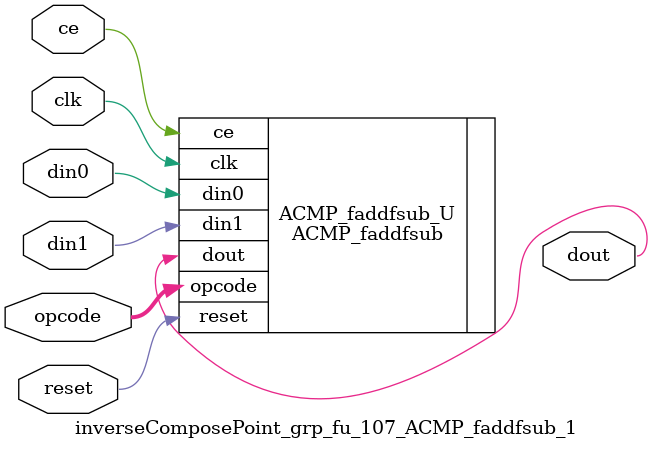
<source format=v>

`timescale 1 ns / 1 ps
module inverseComposePoint_grp_fu_107_ACMP_faddfsub_1(
    clk,
    reset,
    ce,
    din0,
    din1,
    opcode,
    dout);

parameter ID = 32'd1;
parameter NUM_STAGE = 32'd1;
parameter din0_WIDTH = 32'd1;
parameter din1_WIDTH = 32'd1;
parameter dout_WIDTH = 32'd1;
input clk;
input reset;
input ce;
input[din0_WIDTH - 1:0] din0;
input[din1_WIDTH - 1:0] din1;
input[2 - 1:0] opcode;
output[dout_WIDTH - 1:0] dout;



ACMP_faddfsub #(
.ID( ID ),
.NUM_STAGE( 4 ),
.din0_WIDTH( din0_WIDTH ),
.din1_WIDTH( din1_WIDTH ),
.dout_WIDTH( dout_WIDTH ))
ACMP_faddfsub_U(
    .clk( clk ),
    .reset( reset ),
    .ce( ce ),
    .din0( din0 ),
    .din1( din1 ),
    .dout( dout ),
    .opcode( opcode ));

endmodule

</source>
